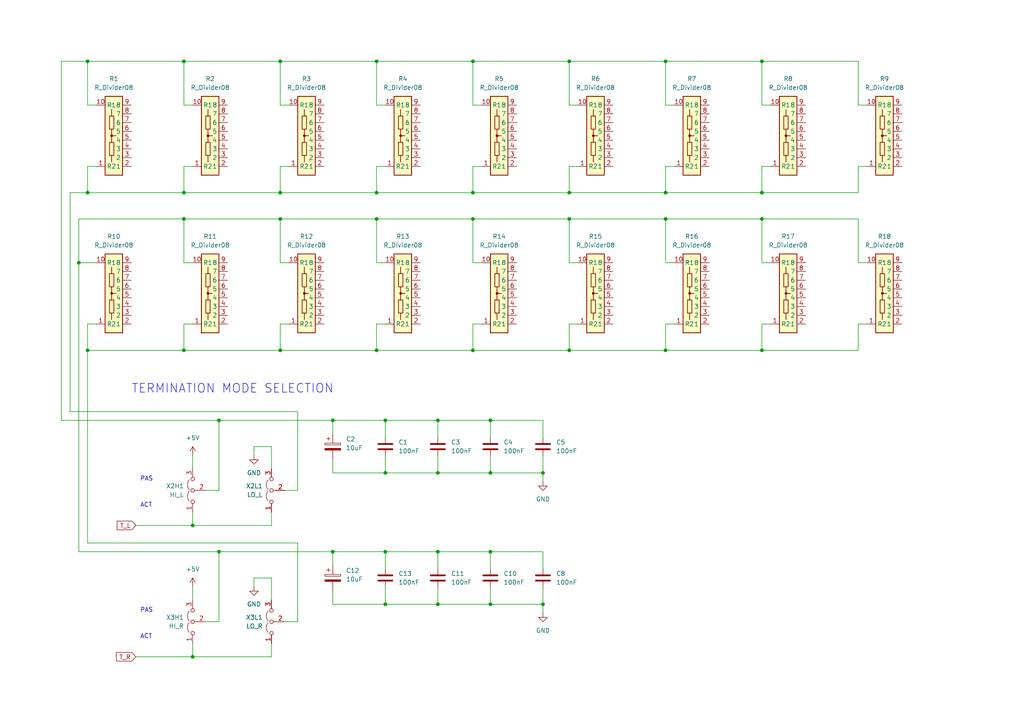
<source format=kicad_sch>
(kicad_sch (version 20211123) (generator eeschema)
  (paper "A4")
  (title_block (title "TERMINATION RESISTORS") (date "2023-10-10") (rev "1") (company "(C) TOM STOREY") (comment 1 "FREE FOR NON-COMMERCIAL USE"))
  (lib_symbols
    (symbol "COMET symbols:C" (pin_numbers hide) (pin_names hide)
      (property "Reference" "C" (at 0 0 0))
      (property "Value" "C" (at 0 0 0))
      (symbol "C_0_1"
        (polyline (pts (xy -2.032 -0.762) (xy 2.032 -0.762)) (stroke (width 0.508)))
        (polyline (pts (xy -2.032 0.762) (xy 2.032 0.762)) (stroke (width 0.508)))
      )
      (symbol "C_1_1"
        (pin passive line (at 0 2.54 270) (length 1.524) (name "~") (number "1"))
        (pin passive line (at 0 -2.54 90) (length 1.524) (name "~") (number "2"))
      )
    )
    (symbol "COMET symbols:R_Divider08"
      (property "Reference" "RN" (at 0 0 0))
      (property "Value" "R_Divider08" (at 0 0 0))
      (symbol "R_Divider08_0_1"
        (rectangle (start -10.16 2.54) (end 12.7 -2.54) (stroke (width 0.254)) (fill (type background)))
        (rectangle (start -4.445 1.27) (end -0.635 0) (stroke (width 0.2032)))
        (polyline (pts (xy -4.445 0.635) (xy -6.35 0.635)) (stroke (width 0.2032)))
        (polyline (pts (xy 1.27 0.635) (xy 1.27 -0.635)) (stroke (width 0.2032)))
        (polyline (pts (xy 3.175 0.635) (xy -0.635 0.635)) (stroke (width 0.2032)))
        (polyline (pts (xy 6.985 0.635) (xy 8.89 0.635)) (stroke (width 0.2032)))
        (circle (center 1.27 0.635) (radius 0.284) (stroke (width 0.2032)) (fill (type outline)))
        (rectangle (start 3.175 1.27) (end 6.985 0) (stroke (width 0.2032)))
      )
      (symbol "R_Divider08_1_1"
        (pin passive line (at -7.62 5.08 270) (length 2.54) (name "R2") (number "1"))
        (pin passive line (at 10.16 5.08 270) (length 2.54) (name "R1") (number "10"))
        (pin passive line (at -7.62 -5.08 90) (length 2.54) (name "1") (number "2"))
        (pin passive line (at -5.08 -5.08 90) (length 2.54) (name "2") (number "3"))
        (pin passive line (at -2.54 -5.08 90) (length 2.54) (name "3") (number "4"))
        (pin passive line (at 0 -5.08 90) (length 2.54) (name "4") (number "5"))
        (pin passive line (at 2.54 -5.08 90) (length 2.54) (name "5") (number "6"))
        (pin passive line (at 5.08 -5.08 90) (length 2.54) (name "6") (number "7"))
        (pin passive line (at 7.62 -5.08 90) (length 2.54) (name "7") (number "8"))
        (pin passive line (at 10.16 -5.08 90) (length 2.54) (name "8") (number "9"))
      )
    )
    (symbol "Device:C_Polarized" (pin_numbers hide) (pin_names (offset 0.254))
      (property "Reference" "C" (at 0.635 2.54 0))
      (property "Value" "C_Polarized" (at 0.635 -2.54 0))
      (symbol "C_Polarized_0_1"
        (rectangle (start -2.286 0.508) (end 2.286 1.016))
        (polyline (pts (xy -1.778 2.286) (xy -0.762 2.286)))
        (polyline (pts (xy -1.27 2.794) (xy -1.27 1.778)))
        (rectangle (start 2.286 -0.508) (end -2.286 -1.016) (fill (type outline)))
      )
      (symbol "C_Polarized_1_1"
        (pin passive line (at 0 3.81 270) (length 2.794) (name "~") (number "1"))
        (pin passive line (at 0 -3.81 90) (length 2.794) (name "~") (number "2"))
      )
    )
    (symbol "Jumper:Jumper_3_Open" (pin_names (offset 0) hide)
      (property "Reference" "JP" (at -2.54 -2.54 0))
      (property "Value" "Jumper_3_Open" (at 0 2.794 0))
      (symbol "Jumper_3_Open_0_0"
        (circle (center -3.302 0) (radius 0.508))
        (circle (center 0 0) (radius 0.508))
        (circle (center 3.302 0) (radius 0.508))
      )
      (symbol "Jumper_3_Open_0_1"
        (arc (start -0.254 1.016) (mid -1.651 1.4992) (end -3.048 1.016))
        (polyline (pts (xy 0 -0.508) (xy 0 -1.27)))
        (arc (start 3.048 1.016) (mid 1.651 1.4992) (end 0.254 1.016))
      )
      (symbol "Jumper_3_Open_1_1"
        (pin passive line (at -6.35 0 0) (length 2.54) (name "A") (number "1"))
        (pin passive line (at 0 -3.81 90) (length 2.54) (name "C") (number "2"))
        (pin passive line (at 6.35 0 180) (length 2.54) (name "B") (number "3"))
      )
    )
    (symbol "R_Divider08_1"
      (property "Reference" "RN" (at 0 0 0))
      (property "Value" "R_Divider08_1" (at 0 0 0))
      (symbol "R_Divider08_1_0_1"
        (rectangle (start -10.16 2.54) (end 12.7 -2.54) (stroke (width 0.254)) (fill (type background)))
        (rectangle (start -4.445 1.27) (end -0.635 0) (stroke (width 0.2032)))
        (polyline (pts (xy -4.445 0.635) (xy -6.35 0.635)) (stroke (width 0.2032)))
        (polyline (pts (xy 1.27 0.635) (xy 1.27 -0.635)) (stroke (width 0.2032)))
        (polyline (pts (xy 3.175 0.635) (xy -0.635 0.635)) (stroke (width 0.2032)))
        (polyline (pts (xy 6.985 0.635) (xy 8.89 0.635)) (stroke (width 0.2032)))
        (circle (center 1.27 0.635) (radius 0.284) (stroke (width 0.2032)) (fill (type outline)))
        (rectangle (start 3.175 1.27) (end 6.985 0) (stroke (width 0.2032)))
      )
      (symbol "R_Divider08_1_1_1"
        (pin passive line (at -7.62 5.08 270) (length 2.54) (name "R2") (number "1"))
        (pin passive line (at 10.16 5.08 270) (length 2.54) (name "R1") (number "10"))
        (pin passive line (at -7.62 -5.08 90) (length 2.54) (name "1") (number "2"))
        (pin passive line (at -5.08 -5.08 90) (length 2.54) (name "2") (number "3"))
        (pin passive line (at -2.54 -5.08 90) (length 2.54) (name "3") (number "4"))
        (pin passive line (at 0 -5.08 90) (length 2.54) (name "4") (number "5"))
        (pin passive line (at 2.54 -5.08 90) (length 2.54) (name "5") (number "6"))
        (pin passive line (at 5.08 -5.08 90) (length 2.54) (name "6") (number "7"))
        (pin passive line (at 7.62 -5.08 90) (length 2.54) (name "7") (number "8"))
        (pin passive line (at 10.16 -5.08 90) (length 2.54) (name "8") (number "9"))
      )
    )
    (symbol "R_Divider08_10"
      (property "Reference" "RN" (at 0 0 0))
      (property "Value" "R_Divider08_10" (at 0 0 0))
      (symbol "R_Divider08_10_0_1"
        (rectangle (start -10.16 2.54) (end 12.7 -2.54) (stroke (width 0.254)) (fill (type background)))
        (rectangle (start -4.445 1.27) (end -0.635 0) (stroke (width 0.2032)))
        (polyline (pts (xy -4.445 0.635) (xy -6.35 0.635)) (stroke (width 0.2032)))
        (polyline (pts (xy 1.27 0.635) (xy 1.27 -0.635)) (stroke (width 0.2032)))
        (polyline (pts (xy 3.175 0.635) (xy -0.635 0.635)) (stroke (width 0.2032)))
        (polyline (pts (xy 6.985 0.635) (xy 8.89 0.635)) (stroke (width 0.2032)))
        (circle (center 1.27 0.635) (radius 0.284) (stroke (width 0.2032)) (fill (type outline)))
        (rectangle (start 3.175 1.27) (end 6.985 0) (stroke (width 0.2032)))
      )
      (symbol "R_Divider08_10_1_1"
        (pin passive line (at -7.62 5.08 270) (length 2.54) (name "R2") (number "1"))
        (pin passive line (at 10.16 5.08 270) (length 2.54) (name "R1") (number "10"))
        (pin passive line (at -7.62 -5.08 90) (length 2.54) (name "1") (number "2"))
        (pin passive line (at -5.08 -5.08 90) (length 2.54) (name "2") (number "3"))
        (pin passive line (at -2.54 -5.08 90) (length 2.54) (name "3") (number "4"))
        (pin passive line (at 0 -5.08 90) (length 2.54) (name "4") (number "5"))
        (pin passive line (at 2.54 -5.08 90) (length 2.54) (name "5") (number "6"))
        (pin passive line (at 5.08 -5.08 90) (length 2.54) (name "6") (number "7"))
        (pin passive line (at 7.62 -5.08 90) (length 2.54) (name "7") (number "8"))
        (pin passive line (at 10.16 -5.08 90) (length 2.54) (name "8") (number "9"))
      )
    )
    (symbol "R_Divider08_11"
      (property "Reference" "RN" (at 0 0 0))
      (property "Value" "R_Divider08_11" (at 0 0 0))
      (symbol "R_Divider08_11_0_1"
        (rectangle (start -10.16 2.54) (end 12.7 -2.54) (stroke (width 0.254)) (fill (type background)))
        (rectangle (start -4.445 1.27) (end -0.635 0) (stroke (width 0.2032)))
        (polyline (pts (xy -4.445 0.635) (xy -6.35 0.635)) (stroke (width 0.2032)))
        (polyline (pts (xy 1.27 0.635) (xy 1.27 -0.635)) (stroke (width 0.2032)))
        (polyline (pts (xy 3.175 0.635) (xy -0.635 0.635)) (stroke (width 0.2032)))
        (polyline (pts (xy 6.985 0.635) (xy 8.89 0.635)) (stroke (width 0.2032)))
        (circle (center 1.27 0.635) (radius 0.284) (stroke (width 0.2032)) (fill (type outline)))
        (rectangle (start 3.175 1.27) (end 6.985 0) (stroke (width 0.2032)))
      )
      (symbol "R_Divider08_11_1_1"
        (pin passive line (at -7.62 5.08 270) (length 2.54) (name "R2") (number "1"))
        (pin passive line (at 10.16 5.08 270) (length 2.54) (name "R1") (number "10"))
        (pin passive line (at -7.62 -5.08 90) (length 2.54) (name "1") (number "2"))
        (pin passive line (at -5.08 -5.08 90) (length 2.54) (name "2") (number "3"))
        (pin passive line (at -2.54 -5.08 90) (length 2.54) (name "3") (number "4"))
        (pin passive line (at 0 -5.08 90) (length 2.54) (name "4") (number "5"))
        (pin passive line (at 2.54 -5.08 90) (length 2.54) (name "5") (number "6"))
        (pin passive line (at 5.08 -5.08 90) (length 2.54) (name "6") (number "7"))
        (pin passive line (at 7.62 -5.08 90) (length 2.54) (name "7") (number "8"))
        (pin passive line (at 10.16 -5.08 90) (length 2.54) (name "8") (number "9"))
      )
    )
    (symbol "R_Divider08_12"
      (property "Reference" "RN" (at 0 0 0))
      (property "Value" "R_Divider08_12" (at 0 0 0))
      (symbol "R_Divider08_12_0_1"
        (rectangle (start -10.16 2.54) (end 12.7 -2.54) (stroke (width 0.254)) (fill (type background)))
        (rectangle (start -4.445 1.27) (end -0.635 0) (stroke (width 0.2032)))
        (polyline (pts (xy -4.445 0.635) (xy -6.35 0.635)) (stroke (width 0.2032)))
        (polyline (pts (xy 1.27 0.635) (xy 1.27 -0.635)) (stroke (width 0.2032)))
        (polyline (pts (xy 3.175 0.635) (xy -0.635 0.635)) (stroke (width 0.2032)))
        (polyline (pts (xy 6.985 0.635) (xy 8.89 0.635)) (stroke (width 0.2032)))
        (circle (center 1.27 0.635) (radius 0.284) (stroke (width 0.2032)) (fill (type outline)))
        (rectangle (start 3.175 1.27) (end 6.985 0) (stroke (width 0.2032)))
      )
      (symbol "R_Divider08_12_1_1"
        (pin passive line (at -7.62 5.08 270) (length 2.54) (name "R2") (number "1"))
        (pin passive line (at 10.16 5.08 270) (length 2.54) (name "R1") (number "10"))
        (pin passive line (at -7.62 -5.08 90) (length 2.54) (name "1") (number "2"))
        (pin passive line (at -5.08 -5.08 90) (length 2.54) (name "2") (number "3"))
        (pin passive line (at -2.54 -5.08 90) (length 2.54) (name "3") (number "4"))
        (pin passive line (at 0 -5.08 90) (length 2.54) (name "4") (number "5"))
        (pin passive line (at 2.54 -5.08 90) (length 2.54) (name "5") (number "6"))
        (pin passive line (at 5.08 -5.08 90) (length 2.54) (name "6") (number "7"))
        (pin passive line (at 7.62 -5.08 90) (length 2.54) (name "7") (number "8"))
        (pin passive line (at 10.16 -5.08 90) (length 2.54) (name "8") (number "9"))
      )
    )
    (symbol "R_Divider08_13"
      (property "Reference" "RN" (at 0 0 0))
      (property "Value" "R_Divider08_13" (at 0 0 0))
      (symbol "R_Divider08_13_0_1"
        (rectangle (start -10.16 2.54) (end 12.7 -2.54) (stroke (width 0.254)) (fill (type background)))
        (rectangle (start -4.445 1.27) (end -0.635 0) (stroke (width 0.2032)))
        (polyline (pts (xy -4.445 0.635) (xy -6.35 0.635)) (stroke (width 0.2032)))
        (polyline (pts (xy 1.27 0.635) (xy 1.27 -0.635)) (stroke (width 0.2032)))
        (polyline (pts (xy 3.175 0.635) (xy -0.635 0.635)) (stroke (width 0.2032)))
        (polyline (pts (xy 6.985 0.635) (xy 8.89 0.635)) (stroke (width 0.2032)))
        (circle (center 1.27 0.635) (radius 0.284) (stroke (width 0.2032)) (fill (type outline)))
        (rectangle (start 3.175 1.27) (end 6.985 0) (stroke (width 0.2032)))
      )
      (symbol "R_Divider08_13_1_1"
        (pin passive line (at -7.62 5.08 270) (length 2.54) (name "R2") (number "1"))
        (pin passive line (at 10.16 5.08 270) (length 2.54) (name "R1") (number "10"))
        (pin passive line (at -7.62 -5.08 90) (length 2.54) (name "1") (number "2"))
        (pin passive line (at -5.08 -5.08 90) (length 2.54) (name "2") (number "3"))
        (pin passive line (at -2.54 -5.08 90) (length 2.54) (name "3") (number "4"))
        (pin passive line (at 0 -5.08 90) (length 2.54) (name "4") (number "5"))
        (pin passive line (at 2.54 -5.08 90) (length 2.54) (name "5") (number "6"))
        (pin passive line (at 5.08 -5.08 90) (length 2.54) (name "6") (number "7"))
        (pin passive line (at 7.62 -5.08 90) (length 2.54) (name "7") (number "8"))
        (pin passive line (at 10.16 -5.08 90) (length 2.54) (name "8") (number "9"))
      )
    )
    (symbol "R_Divider08_14"
      (property "Reference" "RN" (at 0 0 0))
      (property "Value" "R_Divider08_14" (at 0 0 0))
      (symbol "R_Divider08_14_0_1"
        (rectangle (start -10.16 2.54) (end 12.7 -2.54) (stroke (width 0.254)) (fill (type background)))
        (rectangle (start -4.445 1.27) (end -0.635 0) (stroke (width 0.2032)))
        (polyline (pts (xy -4.445 0.635) (xy -6.35 0.635)) (stroke (width 0.2032)))
        (polyline (pts (xy 1.27 0.635) (xy 1.27 -0.635)) (stroke (width 0.2032)))
        (polyline (pts (xy 3.175 0.635) (xy -0.635 0.635)) (stroke (width 0.2032)))
        (polyline (pts (xy 6.985 0.635) (xy 8.89 0.635)) (stroke (width 0.2032)))
        (circle (center 1.27 0.635) (radius 0.284) (stroke (width 0.2032)) (fill (type outline)))
        (rectangle (start 3.175 1.27) (end 6.985 0) (stroke (width 0.2032)))
      )
      (symbol "R_Divider08_14_1_1"
        (pin passive line (at -7.62 5.08 270) (length 2.54) (name "R2") (number "1"))
        (pin passive line (at 10.16 5.08 270) (length 2.54) (name "R1") (number "10"))
        (pin passive line (at -7.62 -5.08 90) (length 2.54) (name "1") (number "2"))
        (pin passive line (at -5.08 -5.08 90) (length 2.54) (name "2") (number "3"))
        (pin passive line (at -2.54 -5.08 90) (length 2.54) (name "3") (number "4"))
        (pin passive line (at 0 -5.08 90) (length 2.54) (name "4") (number "5"))
        (pin passive line (at 2.54 -5.08 90) (length 2.54) (name "5") (number "6"))
        (pin passive line (at 5.08 -5.08 90) (length 2.54) (name "6") (number "7"))
        (pin passive line (at 7.62 -5.08 90) (length 2.54) (name "7") (number "8"))
        (pin passive line (at 10.16 -5.08 90) (length 2.54) (name "8") (number "9"))
      )
    )
    (symbol "R_Divider08_15"
      (property "Reference" "RN" (at 0 0 0))
      (property "Value" "R_Divider08_15" (at 0 0 0))
      (symbol "R_Divider08_15_0_1"
        (rectangle (start -10.16 2.54) (end 12.7 -2.54) (stroke (width 0.254)) (fill (type background)))
        (rectangle (start -4.445 1.27) (end -0.635 0) (stroke (width 0.2032)))
        (polyline (pts (xy -4.445 0.635) (xy -6.35 0.635)) (stroke (width 0.2032)))
        (polyline (pts (xy 1.27 0.635) (xy 1.27 -0.635)) (stroke (width 0.2032)))
        (polyline (pts (xy 3.175 0.635) (xy -0.635 0.635)) (stroke (width 0.2032)))
        (polyline (pts (xy 6.985 0.635) (xy 8.89 0.635)) (stroke (width 0.2032)))
        (circle (center 1.27 0.635) (radius 0.284) (stroke (width 0.2032)) (fill (type outline)))
        (rectangle (start 3.175 1.27) (end 6.985 0) (stroke (width 0.2032)))
      )
      (symbol "R_Divider08_15_1_1"
        (pin passive line (at -7.62 5.08 270) (length 2.54) (name "R2") (number "1"))
        (pin passive line (at 10.16 5.08 270) (length 2.54) (name "R1") (number "10"))
        (pin passive line (at -7.62 -5.08 90) (length 2.54) (name "1") (number "2"))
        (pin passive line (at -5.08 -5.08 90) (length 2.54) (name "2") (number "3"))
        (pin passive line (at -2.54 -5.08 90) (length 2.54) (name "3") (number "4"))
        (pin passive line (at 0 -5.08 90) (length 2.54) (name "4") (number "5"))
        (pin passive line (at 2.54 -5.08 90) (length 2.54) (name "5") (number "6"))
        (pin passive line (at 5.08 -5.08 90) (length 2.54) (name "6") (number "7"))
        (pin passive line (at 7.62 -5.08 90) (length 2.54) (name "7") (number "8"))
        (pin passive line (at 10.16 -5.08 90) (length 2.54) (name "8") (number "9"))
      )
    )
    (symbol "R_Divider08_16"
      (property "Reference" "RN" (at 0 0 0))
      (property "Value" "R_Divider08_16" (at 0 0 0))
      (symbol "R_Divider08_16_0_1"
        (rectangle (start -10.16 2.54) (end 12.7 -2.54) (stroke (width 0.254)) (fill (type background)))
        (rectangle (start -4.445 1.27) (end -0.635 0) (stroke (width 0.2032)))
        (polyline (pts (xy -4.445 0.635) (xy -6.35 0.635)) (stroke (width 0.2032)))
        (polyline (pts (xy 1.27 0.635) (xy 1.27 -0.635)) (stroke (width 0.2032)))
        (polyline (pts (xy 3.175 0.635) (xy -0.635 0.635)) (stroke (width 0.2032)))
        (polyline (pts (xy 6.985 0.635) (xy 8.89 0.635)) (stroke (width 0.2032)))
        (circle (center 1.27 0.635) (radius 0.284) (stroke (width 0.2032)) (fill (type outline)))
        (rectangle (start 3.175 1.27) (end 6.985 0) (stroke (width 0.2032)))
      )
      (symbol "R_Divider08_16_1_1"
        (pin passive line (at -7.62 5.08 270) (length 2.54) (name "R2") (number "1"))
        (pin passive line (at 10.16 5.08 270) (length 2.54) (name "R1") (number "10"))
        (pin passive line (at -7.62 -5.08 90) (length 2.54) (name "1") (number "2"))
        (pin passive line (at -5.08 -5.08 90) (length 2.54) (name "2") (number "3"))
        (pin passive line (at -2.54 -5.08 90) (length 2.54) (name "3") (number "4"))
        (pin passive line (at 0 -5.08 90) (length 2.54) (name "4") (number "5"))
        (pin passive line (at 2.54 -5.08 90) (length 2.54) (name "5") (number "6"))
        (pin passive line (at 5.08 -5.08 90) (length 2.54) (name "6") (number "7"))
        (pin passive line (at 7.62 -5.08 90) (length 2.54) (name "7") (number "8"))
        (pin passive line (at 10.16 -5.08 90) (length 2.54) (name "8") (number "9"))
      )
    )
    (symbol "R_Divider08_17"
      (property "Reference" "RN" (at 0 0 0))
      (property "Value" "R_Divider08_17" (at 0 0 0))
      (symbol "R_Divider08_17_0_1"
        (rectangle (start -10.16 2.54) (end 12.7 -2.54) (stroke (width 0.254)) (fill (type background)))
        (rectangle (start -4.445 1.27) (end -0.635 0) (stroke (width 0.2032)))
        (polyline (pts (xy -4.445 0.635) (xy -6.35 0.635)) (stroke (width 0.2032)))
        (polyline (pts (xy 1.27 0.635) (xy 1.27 -0.635)) (stroke (width 0.2032)))
        (polyline (pts (xy 3.175 0.635) (xy -0.635 0.635)) (stroke (width 0.2032)))
        (polyline (pts (xy 6.985 0.635) (xy 8.89 0.635)) (stroke (width 0.2032)))
        (circle (center 1.27 0.635) (radius 0.284) (stroke (width 0.2032)) (fill (type outline)))
        (rectangle (start 3.175 1.27) (end 6.985 0) (stroke (width 0.2032)))
      )
      (symbol "R_Divider08_17_1_1"
        (pin passive line (at -7.62 5.08 270) (length 2.54) (name "R2") (number "1"))
        (pin passive line (at 10.16 5.08 270) (length 2.54) (name "R1") (number "10"))
        (pin passive line (at -7.62 -5.08 90) (length 2.54) (name "1") (number "2"))
        (pin passive line (at -5.08 -5.08 90) (length 2.54) (name "2") (number "3"))
        (pin passive line (at -2.54 -5.08 90) (length 2.54) (name "3") (number "4"))
        (pin passive line (at 0 -5.08 90) (length 2.54) (name "4") (number "5"))
        (pin passive line (at 2.54 -5.08 90) (length 2.54) (name "5") (number "6"))
        (pin passive line (at 5.08 -5.08 90) (length 2.54) (name "6") (number "7"))
        (pin passive line (at 7.62 -5.08 90) (length 2.54) (name "7") (number "8"))
        (pin passive line (at 10.16 -5.08 90) (length 2.54) (name "8") (number "9"))
      )
    )
    (symbol "R_Divider08_2"
      (property "Reference" "RN" (at 0 0 0))
      (property "Value" "R_Divider08_2" (at 0 0 0))
      (symbol "R_Divider08_2_0_1"
        (rectangle (start -10.16 2.54) (end 12.7 -2.54) (stroke (width 0.254)) (fill (type background)))
        (rectangle (start -4.445 1.27) (end -0.635 0) (stroke (width 0.2032)))
        (polyline (pts (xy -4.445 0.635) (xy -6.35 0.635)) (stroke (width 0.2032)))
        (polyline (pts (xy 1.27 0.635) (xy 1.27 -0.635)) (stroke (width 0.2032)))
        (polyline (pts (xy 3.175 0.635) (xy -0.635 0.635)) (stroke (width 0.2032)))
        (polyline (pts (xy 6.985 0.635) (xy 8.89 0.635)) (stroke (width 0.2032)))
        (circle (center 1.27 0.635) (radius 0.284) (stroke (width 0.2032)) (fill (type outline)))
        (rectangle (start 3.175 1.27) (end 6.985 0) (stroke (width 0.2032)))
      )
      (symbol "R_Divider08_2_1_1"
        (pin passive line (at -7.62 5.08 270) (length 2.54) (name "R2") (number "1"))
        (pin passive line (at 10.16 5.08 270) (length 2.54) (name "R1") (number "10"))
        (pin passive line (at -7.62 -5.08 90) (length 2.54) (name "1") (number "2"))
        (pin passive line (at -5.08 -5.08 90) (length 2.54) (name "2") (number "3"))
        (pin passive line (at -2.54 -5.08 90) (length 2.54) (name "3") (number "4"))
        (pin passive line (at 0 -5.08 90) (length 2.54) (name "4") (number "5"))
        (pin passive line (at 2.54 -5.08 90) (length 2.54) (name "5") (number "6"))
        (pin passive line (at 5.08 -5.08 90) (length 2.54) (name "6") (number "7"))
        (pin passive line (at 7.62 -5.08 90) (length 2.54) (name "7") (number "8"))
        (pin passive line (at 10.16 -5.08 90) (length 2.54) (name "8") (number "9"))
      )
    )
    (symbol "R_Divider08_3"
      (property "Reference" "RN" (at 0 0 0))
      (property "Value" "R_Divider08_3" (at 0 0 0))
      (symbol "R_Divider08_3_0_1"
        (rectangle (start -10.16 2.54) (end 12.7 -2.54) (stroke (width 0.254)) (fill (type background)))
        (rectangle (start -4.445 1.27) (end -0.635 0) (stroke (width 0.2032)))
        (polyline (pts (xy -4.445 0.635) (xy -6.35 0.635)) (stroke (width 0.2032)))
        (polyline (pts (xy 1.27 0.635) (xy 1.27 -0.635)) (stroke (width 0.2032)))
        (polyline (pts (xy 3.175 0.635) (xy -0.635 0.635)) (stroke (width 0.2032)))
        (polyline (pts (xy 6.985 0.635) (xy 8.89 0.635)) (stroke (width 0.2032)))
        (circle (center 1.27 0.635) (radius 0.284) (stroke (width 0.2032)) (fill (type outline)))
        (rectangle (start 3.175 1.27) (end 6.985 0) (stroke (width 0.2032)))
      )
      (symbol "R_Divider08_3_1_1"
        (pin passive line (at -7.62 5.08 270) (length 2.54) (name "R2") (number "1"))
        (pin passive line (at 10.16 5.08 270) (length 2.54) (name "R1") (number "10"))
        (pin passive line (at -7.62 -5.08 90) (length 2.54) (name "1") (number "2"))
        (pin passive line (at -5.08 -5.08 90) (length 2.54) (name "2") (number "3"))
        (pin passive line (at -2.54 -5.08 90) (length 2.54) (name "3") (number "4"))
        (pin passive line (at 0 -5.08 90) (length 2.54) (name "4") (number "5"))
        (pin passive line (at 2.54 -5.08 90) (length 2.54) (name "5") (number "6"))
        (pin passive line (at 5.08 -5.08 90) (length 2.54) (name "6") (number "7"))
        (pin passive line (at 7.62 -5.08 90) (length 2.54) (name "7") (number "8"))
        (pin passive line (at 10.16 -5.08 90) (length 2.54) (name "8") (number "9"))
      )
    )
    (symbol "R_Divider08_4"
      (property "Reference" "RN" (at 0 0 0))
      (property "Value" "R_Divider08_4" (at 0 0 0))
      (symbol "R_Divider08_4_0_1"
        (rectangle (start -10.16 2.54) (end 12.7 -2.54) (stroke (width 0.254)) (fill (type background)))
        (rectangle (start -4.445 1.27) (end -0.635 0) (stroke (width 0.2032)))
        (polyline (pts (xy -4.445 0.635) (xy -6.35 0.635)) (stroke (width 0.2032)))
        (polyline (pts (xy 1.27 0.635) (xy 1.27 -0.635)) (stroke (width 0.2032)))
        (polyline (pts (xy 3.175 0.635) (xy -0.635 0.635)) (stroke (width 0.2032)))
        (polyline (pts (xy 6.985 0.635) (xy 8.89 0.635)) (stroke (width 0.2032)))
        (circle (center 1.27 0.635) (radius 0.284) (stroke (width 0.2032)) (fill (type outline)))
        (rectangle (start 3.175 1.27) (end 6.985 0) (stroke (width 0.2032)))
      )
      (symbol "R_Divider08_4_1_1"
        (pin passive line (at -7.62 5.08 270) (length 2.54) (name "R2") (number "1"))
        (pin passive line (at 10.16 5.08 270) (length 2.54) (name "R1") (number "10"))
        (pin passive line (at -7.62 -5.08 90) (length 2.54) (name "1") (number "2"))
        (pin passive line (at -5.08 -5.08 90) (length 2.54) (name "2") (number "3"))
        (pin passive line (at -2.54 -5.08 90) (length 2.54) (name "3") (number "4"))
        (pin passive line (at 0 -5.08 90) (length 2.54) (name "4") (number "5"))
        (pin passive line (at 2.54 -5.08 90) (length 2.54) (name "5") (number "6"))
        (pin passive line (at 5.08 -5.08 90) (length 2.54) (name "6") (number "7"))
        (pin passive line (at 7.62 -5.08 90) (length 2.54) (name "7") (number "8"))
        (pin passive line (at 10.16 -5.08 90) (length 2.54) (name "8") (number "9"))
      )
    )
    (symbol "R_Divider08_5"
      (property "Reference" "RN" (at 0 0 0))
      (property "Value" "R_Divider08_5" (at 0 0 0))
      (symbol "R_Divider08_5_0_1"
        (rectangle (start -10.16 2.54) (end 12.7 -2.54) (stroke (width 0.254)) (fill (type background)))
        (rectangle (start -4.445 1.27) (end -0.635 0) (stroke (width 0.2032)))
        (polyline (pts (xy -4.445 0.635) (xy -6.35 0.635)) (stroke (width 0.2032)))
        (polyline (pts (xy 1.27 0.635) (xy 1.27 -0.635)) (stroke (width 0.2032)))
        (polyline (pts (xy 3.175 0.635) (xy -0.635 0.635)) (stroke (width 0.2032)))
        (polyline (pts (xy 6.985 0.635) (xy 8.89 0.635)) (stroke (width 0.2032)))
        (circle (center 1.27 0.635) (radius 0.284) (stroke (width 0.2032)) (fill (type outline)))
        (rectangle (start 3.175 1.27) (end 6.985 0) (stroke (width 0.2032)))
      )
      (symbol "R_Divider08_5_1_1"
        (pin passive line (at -7.62 5.08 270) (length 2.54) (name "R2") (number "1"))
        (pin passive line (at 10.16 5.08 270) (length 2.54) (name "R1") (number "10"))
        (pin passive line (at -7.62 -5.08 90) (length 2.54) (name "1") (number "2"))
        (pin passive line (at -5.08 -5.08 90) (length 2.54) (name "2") (number "3"))
        (pin passive line (at -2.54 -5.08 90) (length 2.54) (name "3") (number "4"))
        (pin passive line (at 0 -5.08 90) (length 2.54) (name "4") (number "5"))
        (pin passive line (at 2.54 -5.08 90) (length 2.54) (name "5") (number "6"))
        (pin passive line (at 5.08 -5.08 90) (length 2.54) (name "6") (number "7"))
        (pin passive line (at 7.62 -5.08 90) (length 2.54) (name "7") (number "8"))
        (pin passive line (at 10.16 -5.08 90) (length 2.54) (name "8") (number "9"))
      )
    )
    (symbol "R_Divider08_6"
      (property "Reference" "RN" (at 0 0 0))
      (property "Value" "R_Divider08_6" (at 0 0 0))
      (symbol "R_Divider08_6_0_1"
        (rectangle (start -10.16 2.54) (end 12.7 -2.54) (stroke (width 0.254)) (fill (type background)))
        (rectangle (start -4.445 1.27) (end -0.635 0) (stroke (width 0.2032)))
        (polyline (pts (xy -4.445 0.635) (xy -6.35 0.635)) (stroke (width 0.2032)))
        (polyline (pts (xy 1.27 0.635) (xy 1.27 -0.635)) (stroke (width 0.2032)))
        (polyline (pts (xy 3.175 0.635) (xy -0.635 0.635)) (stroke (width 0.2032)))
        (polyline (pts (xy 6.985 0.635) (xy 8.89 0.635)) (stroke (width 0.2032)))
        (circle (center 1.27 0.635) (radius 0.284) (stroke (width 0.2032)) (fill (type outline)))
        (rectangle (start 3.175 1.27) (end 6.985 0) (stroke (width 0.2032)))
      )
      (symbol "R_Divider08_6_1_1"
        (pin passive line (at -7.62 5.08 270) (length 2.54) (name "R2") (number "1"))
        (pin passive line (at 10.16 5.08 270) (length 2.54) (name "R1") (number "10"))
        (pin passive line (at -7.62 -5.08 90) (length 2.54) (name "1") (number "2"))
        (pin passive line (at -5.08 -5.08 90) (length 2.54) (name "2") (number "3"))
        (pin passive line (at -2.54 -5.08 90) (length 2.54) (name "3") (number "4"))
        (pin passive line (at 0 -5.08 90) (length 2.54) (name "4") (number "5"))
        (pin passive line (at 2.54 -5.08 90) (length 2.54) (name "5") (number "6"))
        (pin passive line (at 5.08 -5.08 90) (length 2.54) (name "6") (number "7"))
        (pin passive line (at 7.62 -5.08 90) (length 2.54) (name "7") (number "8"))
        (pin passive line (at 10.16 -5.08 90) (length 2.54) (name "8") (number "9"))
      )
    )
    (symbol "R_Divider08_7"
      (property "Reference" "RN" (at 0 0 0))
      (property "Value" "R_Divider08_7" (at 0 0 0))
      (symbol "R_Divider08_7_0_1"
        (rectangle (start -10.16 2.54) (end 12.7 -2.54) (stroke (width 0.254)) (fill (type background)))
        (rectangle (start -4.445 1.27) (end -0.635 0) (stroke (width 0.2032)))
        (polyline (pts (xy -4.445 0.635) (xy -6.35 0.635)) (stroke (width 0.2032)))
        (polyline (pts (xy 1.27 0.635) (xy 1.27 -0.635)) (stroke (width 0.2032)))
        (polyline (pts (xy 3.175 0.635) (xy -0.635 0.635)) (stroke (width 0.2032)))
        (polyline (pts (xy 6.985 0.635) (xy 8.89 0.635)) (stroke (width 0.2032)))
        (circle (center 1.27 0.635) (radius 0.284) (stroke (width 0.2032)) (fill (type outline)))
        (rectangle (start 3.175 1.27) (end 6.985 0) (stroke (width 0.2032)))
      )
      (symbol "R_Divider08_7_1_1"
        (pin passive line (at -7.62 5.08 270) (length 2.54) (name "R2") (number "1"))
        (pin passive line (at 10.16 5.08 270) (length 2.54) (name "R1") (number "10"))
        (pin passive line (at -7.62 -5.08 90) (length 2.54) (name "1") (number "2"))
        (pin passive line (at -5.08 -5.08 90) (length 2.54) (name "2") (number "3"))
        (pin passive line (at -2.54 -5.08 90) (length 2.54) (name "3") (number "4"))
        (pin passive line (at 0 -5.08 90) (length 2.54) (name "4") (number "5"))
        (pin passive line (at 2.54 -5.08 90) (length 2.54) (name "5") (number "6"))
        (pin passive line (at 5.08 -5.08 90) (length 2.54) (name "6") (number "7"))
        (pin passive line (at 7.62 -5.08 90) (length 2.54) (name "7") (number "8"))
        (pin passive line (at 10.16 -5.08 90) (length 2.54) (name "8") (number "9"))
      )
    )
    (symbol "R_Divider08_8"
      (property "Reference" "RN" (at 0 0 0))
      (property "Value" "R_Divider08_8" (at 0 0 0))
      (symbol "R_Divider08_8_0_1"
        (rectangle (start -10.16 2.54) (end 12.7 -2.54) (stroke (width 0.254)) (fill (type background)))
        (rectangle (start -4.445 1.27) (end -0.635 0) (stroke (width 0.2032)))
        (polyline (pts (xy -4.445 0.635) (xy -6.35 0.635)) (stroke (width 0.2032)))
        (polyline (pts (xy 1.27 0.635) (xy 1.27 -0.635)) (stroke (width 0.2032)))
        (polyline (pts (xy 3.175 0.635) (xy -0.635 0.635)) (stroke (width 0.2032)))
        (polyline (pts (xy 6.985 0.635) (xy 8.89 0.635)) (stroke (width 0.2032)))
        (circle (center 1.27 0.635) (radius 0.284) (stroke (width 0.2032)) (fill (type outline)))
        (rectangle (start 3.175 1.27) (end 6.985 0) (stroke (width 0.2032)))
      )
      (symbol "R_Divider08_8_1_1"
        (pin passive line (at -7.62 5.08 270) (length 2.54) (name "R2") (number "1"))
        (pin passive line (at 10.16 5.08 270) (length 2.54) (name "R1") (number "10"))
        (pin passive line (at -7.62 -5.08 90) (length 2.54) (name "1") (number "2"))
        (pin passive line (at -5.08 -5.08 90) (length 2.54) (name "2") (number "3"))
        (pin passive line (at -2.54 -5.08 90) (length 2.54) (name "3") (number "4"))
        (pin passive line (at 0 -5.08 90) (length 2.54) (name "4") (number "5"))
        (pin passive line (at 2.54 -5.08 90) (length 2.54) (name "5") (number "6"))
        (pin passive line (at 5.08 -5.08 90) (length 2.54) (name "6") (number "7"))
        (pin passive line (at 7.62 -5.08 90) (length 2.54) (name "7") (number "8"))
        (pin passive line (at 10.16 -5.08 90) (length 2.54) (name "8") (number "9"))
      )
    )
    (symbol "R_Divider08_9"
      (property "Reference" "RN" (at 0 0 0))
      (property "Value" "R_Divider08_9" (at 0 0 0))
      (symbol "R_Divider08_9_0_1"
        (rectangle (start -10.16 2.54) (end 12.7 -2.54) (stroke (width 0.254)) (fill (type background)))
        (rectangle (start -4.445 1.27) (end -0.635 0) (stroke (width 0.2032)))
        (polyline (pts (xy -4.445 0.635) (xy -6.35 0.635)) (stroke (width 0.2032)))
        (polyline (pts (xy 1.27 0.635) (xy 1.27 -0.635)) (stroke (width 0.2032)))
        (polyline (pts (xy 3.175 0.635) (xy -0.635 0.635)) (stroke (width 0.2032)))
        (polyline (pts (xy 6.985 0.635) (xy 8.89 0.635)) (stroke (width 0.2032)))
        (circle (center 1.27 0.635) (radius 0.284) (stroke (width 0.2032)) (fill (type outline)))
        (rectangle (start 3.175 1.27) (end 6.985 0) (stroke (width 0.2032)))
      )
      (symbol "R_Divider08_9_1_1"
        (pin passive line (at -7.62 5.08 270) (length 2.54) (name "R2") (number "1"))
        (pin passive line (at 10.16 5.08 270) (length 2.54) (name "R1") (number "10"))
        (pin passive line (at -7.62 -5.08 90) (length 2.54) (name "1") (number "2"))
        (pin passive line (at -5.08 -5.08 90) (length 2.54) (name "2") (number "3"))
        (pin passive line (at -2.54 -5.08 90) (length 2.54) (name "3") (number "4"))
        (pin passive line (at 0 -5.08 90) (length 2.54) (name "4") (number "5"))
        (pin passive line (at 2.54 -5.08 90) (length 2.54) (name "5") (number "6"))
        (pin passive line (at 5.08 -5.08 90) (length 2.54) (name "6") (number "7"))
        (pin passive line (at 7.62 -5.08 90) (length 2.54) (name "7") (number "8"))
        (pin passive line (at 10.16 -5.08 90) (length 2.54) (name "8") (number "9"))
      )
    )
    (symbol "power:+5V" (power) (pin_names (offset 0))
      (property "Value" "+5V" (at 0 3.556 0))
      (symbol "+5V_0_1"
        (polyline (pts (xy -0.762 1.27) (xy 0 2.54)))
        (polyline (pts (xy 0 0) (xy 0 2.54)))
        (polyline (pts (xy 0 2.54) (xy 0.762 1.27)))
      )
      (symbol "+5V_1_1"
        (pin power_in line (at 0 0 90) (length 0) hide (name "+5V") (number "1"))
      )
    )
    (symbol "power:GND" (power) (pin_names (offset 0))
      (property "Value" "GND" (at 0 -3.81 0))
      (symbol "GND_0_1"
        (polyline (pts (xy 0 0) (xy 0 -1.27) (xy 1.27 -1.27) (xy 0 -2.54) (xy -1.27 -1.27) (xy 0 -1.27)))
      )
      (symbol "GND_1_1"
        (pin power_in line (at 0 0 270) (length 0) hide (name "GND") (number "1"))
      )
    )
  )
  (junction (at 111.76 137.16))
  (junction (at 142.24 175.26))
  (junction (at 165.1 17.78))
  (junction (at 53.34 63.5))
  (junction (at 127 121.92))
  (junction (at 127 160.02))
  (junction (at 220.98 17.78))
  (junction (at 137.16 63.5))
  (junction (at 137.16 17.78))
  (junction (at 53.34 17.78))
  (junction (at 109.22 55.88))
  (junction (at 109.22 17.78))
  (junction (at 55.88 152.4))
  (junction (at 109.22 63.5))
  (junction (at 142.24 121.92))
  (junction (at 165.1 63.5))
  (junction (at 157.48 137.16))
  (junction (at 220.98 63.5))
  (junction (at 157.48 175.26))
  (junction (at 25.4 17.78))
  (junction (at 137.16 101.6))
  (junction (at 53.34 101.6))
  (junction (at 193.04 101.6))
  (junction (at 81.28 63.5))
  (junction (at 193.04 63.5))
  (junction (at 63.5 160.02))
  (junction (at 127 137.16))
  (junction (at 165.1 101.6))
  (junction (at 55.88 190.5))
  (junction (at 81.28 101.6))
  (junction (at 111.76 121.92))
  (junction (at 111.76 175.26))
  (junction (at 127 175.26))
  (junction (at 220.98 55.88))
  (junction (at 63.5 121.92))
  (junction (at 81.28 17.78))
  (junction (at 193.04 55.88))
  (junction (at 96.52 121.92))
  (junction (at 165.1 55.88))
  (junction (at 81.28 55.88))
  (junction (at 25.4 55.88))
  (junction (at 193.04 17.78))
  (junction (at 25.4 101.6))
  (junction (at 111.76 160.02))
  (junction (at 53.34 55.88))
  (junction (at 142.24 137.16))
  (junction (at 96.52 160.02))
  (junction (at 109.22 101.6))
  (junction (at 220.98 101.6))
  (junction (at 142.24 160.02))
  (junction (at 22.86 76.2))
  (junction (at 137.16 55.88))
  (wire (pts (xy 22.86 63.5) (xy 53.34 63.5)))
  (wire (pts (xy 142.24 137.16) (xy 157.48 137.16)))
  (wire (pts (xy 55.88 93.98) (xy 53.34 93.98)))
  (wire (pts (xy 193.04 76.2) (xy 193.04 63.5)))
  (wire (pts (xy 20.32 119.38) (xy 86.36 119.38)))
  (wire (pts (xy 96.52 121.92) (xy 96.52 125.73)))
  (wire (pts (xy 81.28 30.48) (xy 81.28 17.78)))
  (wire (pts (xy 73.66 167.64) (xy 78.74 167.64)))
  (wire (pts (xy 165.1 63.5) (xy 193.04 63.5)))
  (wire (pts (xy 220.98 17.78) (xy 248.92 17.78)))
  (wire (pts (xy 127 160.02) (xy 142.24 160.02)))
  (wire (pts (xy 157.48 160.02) (xy 157.48 165.1)))
  (wire (pts (xy 25.4 101.6) (xy 53.34 101.6)))
  (wire (pts (xy 53.34 48.26) (xy 53.34 55.88)))
  (wire (pts (xy 27.94 93.98) (xy 25.4 93.98)))
  (wire (pts (xy 165.1 48.26) (xy 165.1 55.88)))
  (wire (pts (xy 81.28 48.26) (xy 81.28 55.88)))
  (wire (pts (xy 81.28 55.88) (xy 109.22 55.88)))
  (wire (pts (xy 248.92 101.6) (xy 248.92 93.98)))
  (wire (pts (xy 82.55 142.24) (xy 86.36 142.24)))
  (wire (pts (xy 109.22 30.48) (xy 109.22 17.78)))
  (wire (pts (xy 55.88 190.5) (xy 78.74 190.5)))
  (wire (pts (xy 22.86 63.5) (xy 22.86 76.2)))
  (wire (pts (xy 25.4 101.6) (xy 25.4 157.48)))
  (wire (pts (xy 63.5 180.34) (xy 63.5 160.02)))
  (wire (pts (xy 137.16 48.26) (xy 137.16 55.88)))
  (wire (pts (xy 193.04 101.6) (xy 220.98 101.6)))
  (wire (pts (xy 223.52 76.2) (xy 220.98 76.2)))
  (wire (pts (xy 22.86 76.2) (xy 22.86 160.02)))
  (wire (pts (xy 111.76 121.92) (xy 127 121.92)))
  (wire (pts (xy 53.34 17.78) (xy 81.28 17.78)))
  (wire (pts (xy 223.52 30.48) (xy 220.98 30.48)))
  (wire (pts (xy 86.36 142.24) (xy 86.36 119.38)))
  (wire (pts (xy 165.1 17.78) (xy 193.04 17.78)))
  (wire (pts (xy 220.98 63.5) (xy 248.92 63.5)))
  (wire (pts (xy 111.76 132.08) (xy 111.76 137.16)))
  (wire (pts (xy 127 137.16) (xy 142.24 137.16)))
  (wire (pts (xy 157.48 175.26) (xy 157.48 170.18)))
  (wire (pts (xy 25.4 30.48) (xy 25.4 17.78)))
  (wire (pts (xy 83.82 30.48) (xy 81.28 30.48)))
  (wire (pts (xy 220.98 101.6) (xy 248.92 101.6)))
  (wire (pts (xy 142.24 170.18) (xy 142.24 175.26)))
  (wire (pts (xy 193.04 93.98) (xy 193.04 101.6)))
  (wire (pts (xy 220.98 48.26) (xy 220.98 55.88)))
  (wire (pts (xy 53.34 55.88) (xy 81.28 55.88)))
  (wire (pts (xy 137.16 63.5) (xy 165.1 63.5)))
  (wire (pts (xy 78.74 186.69) (xy 78.74 190.5)))
  (wire (pts (xy 81.28 76.2) (xy 81.28 63.5)))
  (wire (pts (xy 111.76 30.48) (xy 109.22 30.48)))
  (wire (pts (xy 127 170.18) (xy 127 175.26)))
  (wire (pts (xy 220.98 30.48) (xy 220.98 17.78)))
  (wire (pts (xy 193.04 63.5) (xy 220.98 63.5)))
  (wire (pts (xy 111.76 175.26) (xy 127 175.26)))
  (wire (pts (xy 220.98 76.2) (xy 220.98 63.5)))
  (wire (pts (xy 195.58 48.26) (xy 193.04 48.26)))
  (wire (pts (xy 111.76 93.98) (xy 109.22 93.98)))
  (wire (pts (xy 25.4 157.48) (xy 86.36 157.48)))
  (wire (pts (xy 109.22 101.6) (xy 137.16 101.6)))
  (wire (pts (xy 157.48 121.92) (xy 157.48 127)))
  (wire (pts (xy 127 175.26) (xy 142.24 175.26)))
  (wire (pts (xy 82.55 180.34) (xy 86.36 180.34)))
  (wire (pts (xy 137.16 76.2) (xy 137.16 63.5)))
  (wire (pts (xy 111.76 121.92) (xy 111.76 127)))
  (wire (pts (xy 96.52 121.92) (xy 111.76 121.92)))
  (wire (pts (xy 96.52 175.26) (xy 111.76 175.26)))
  (wire (pts (xy 167.64 48.26) (xy 165.1 48.26)))
  (wire (pts (xy 127 160.02) (xy 127 165.1)))
  (wire (pts (xy 55.88 170.18) (xy 55.88 173.99)))
  (wire (pts (xy 142.24 132.08) (xy 142.24 137.16)))
  (wire (pts (xy 127 121.92) (xy 142.24 121.92)))
  (wire (pts (xy 195.58 30.48) (xy 193.04 30.48)))
  (wire (pts (xy 27.94 30.48) (xy 25.4 30.48)))
  (wire (pts (xy 111.76 160.02) (xy 111.76 165.1)))
  (wire (pts (xy 55.88 30.48) (xy 53.34 30.48)))
  (wire (pts (xy 25.4 48.26) (xy 25.4 55.88)))
  (wire (pts (xy 55.88 76.2) (xy 53.34 76.2)))
  (wire (pts (xy 167.64 30.48) (xy 165.1 30.48)))
  (wire (pts (xy 220.98 93.98) (xy 220.98 101.6)))
  (wire (pts (xy 39.37 190.5) (xy 55.88 190.5)))
  (wire (pts (xy 193.04 48.26) (xy 193.04 55.88)))
  (wire (pts (xy 96.52 160.02) (xy 96.52 163.83)))
  (wire (pts (xy 167.64 93.98) (xy 165.1 93.98)))
  (wire (pts (xy 73.66 132.08) (xy 73.66 129.54)))
  (wire (pts (xy 53.34 76.2) (xy 53.34 63.5)))
  (wire (pts (xy 96.52 160.02) (xy 111.76 160.02)))
  (wire (pts (xy 111.76 137.16) (xy 127 137.16)))
  (wire (pts (xy 139.7 76.2) (xy 137.16 76.2)))
  (wire (pts (xy 55.88 132.08) (xy 55.88 135.89)))
  (wire (pts (xy 39.37 152.4) (xy 55.88 152.4)))
  (wire (pts (xy 109.22 63.5) (xy 137.16 63.5)))
  (wire (pts (xy 96.52 171.45) (xy 96.52 175.26)))
  (wire (pts (xy 55.88 48.26) (xy 53.34 48.26)))
  (wire (pts (xy 78.74 129.54) (xy 78.74 135.89)))
  (wire (pts (xy 137.16 17.78) (xy 165.1 17.78)))
  (wire (pts (xy 53.34 30.48) (xy 53.34 17.78)))
  (wire (pts (xy 55.88 152.4) (xy 78.74 152.4)))
  (wire (pts (xy 53.34 101.6) (xy 81.28 101.6)))
  (wire (pts (xy 78.74 167.64) (xy 78.74 173.99)))
  (wire (pts (xy 111.76 170.18) (xy 111.76 175.26)))
  (wire (pts (xy 27.94 48.26) (xy 25.4 48.26)))
  (wire (pts (xy 73.66 129.54) (xy 78.74 129.54)))
  (wire (pts (xy 193.04 30.48) (xy 193.04 17.78)))
  (wire (pts (xy 248.92 93.98) (xy 251.46 93.98)))
  (wire (pts (xy 55.88 148.6526) (xy 55.88 152.4)))
  (wire (pts (xy 137.16 30.48) (xy 137.16 17.78)))
  (wire (pts (xy 248.92 17.78) (xy 248.92 30.48)))
  (wire (pts (xy 165.1 76.2) (xy 165.1 63.5)))
  (wire (pts (xy 111.76 160.02) (xy 127 160.02)))
  (wire (pts (xy 157.48 137.16) (xy 157.48 132.08)))
  (wire (pts (xy 248.92 55.88) (xy 248.92 48.26)))
  (wire (pts (xy 248.92 30.48) (xy 251.46 30.48)))
  (wire (pts (xy 109.22 48.26) (xy 109.22 55.88)))
  (wire (pts (xy 83.82 76.2) (xy 81.28 76.2)))
  (wire (pts (xy 63.5 121.92) (xy 96.52 121.92)))
  (wire (pts (xy 55.88 186.69) (xy 55.88 190.5)))
  (wire (pts (xy 53.34 93.98) (xy 53.34 101.6)))
  (wire (pts (xy 139.7 30.48) (xy 137.16 30.48)))
  (wire (pts (xy 17.78 121.92) (xy 63.5 121.92)))
  (wire (pts (xy 142.24 121.92) (xy 142.24 127)))
  (wire (pts (xy 142.24 175.26) (xy 157.48 175.26)))
  (wire (pts (xy 165.1 101.6) (xy 193.04 101.6)))
  (wire (pts (xy 223.52 48.26) (xy 220.98 48.26)))
  (wire (pts (xy 142.24 160.02) (xy 142.24 165.1)))
  (wire (pts (xy 109.22 93.98) (xy 109.22 101.6)))
  (wire (pts (xy 193.04 55.88) (xy 220.98 55.88)))
  (wire (pts (xy 20.32 55.88) (xy 25.4 55.88)))
  (wire (pts (xy 220.98 55.88) (xy 248.92 55.88)))
  (wire (pts (xy 139.7 93.98) (xy 137.16 93.98)))
  (wire (pts (xy 96.52 137.16) (xy 96.52 133.35)))
  (wire (pts (xy 193.04 17.78) (xy 220.98 17.78)))
  (wire (pts (xy 165.1 30.48) (xy 165.1 17.78)))
  (wire (pts (xy 137.16 55.88) (xy 165.1 55.88)))
  (wire (pts (xy 109.22 76.2) (xy 109.22 63.5)))
  (wire (pts (xy 248.92 63.5) (xy 248.92 76.2)))
  (wire (pts (xy 111.76 48.26) (xy 109.22 48.26)))
  (wire (pts (xy 195.58 93.98) (xy 193.04 93.98)))
  (wire (pts (xy 59.69 180.34) (xy 63.5 180.34)))
  (wire (pts (xy 25.4 93.98) (xy 25.4 101.6)))
  (wire (pts (xy 139.7 48.26) (xy 137.16 48.26)))
  (wire (pts (xy 59.69 142.24) (xy 63.5 142.24)))
  (wire (pts (xy 63.5 160.02) (xy 96.52 160.02)))
  (wire (pts (xy 127 132.08) (xy 127 137.16)))
  (wire (pts (xy 20.32 119.38) (xy 20.32 55.88)))
  (wire (pts (xy 195.58 76.2) (xy 193.04 76.2)))
  (wire (pts (xy 142.24 160.02) (xy 157.48 160.02)))
  (wire (pts (xy 137.16 93.98) (xy 137.16 101.6)))
  (wire (pts (xy 17.78 17.78) (xy 25.4 17.78)))
  (wire (pts (xy 109.22 17.78) (xy 137.16 17.78)))
  (wire (pts (xy 81.28 17.78) (xy 109.22 17.78)))
  (wire (pts (xy 157.48 137.16) (xy 157.48 139.7)))
  (wire (pts (xy 78.74 148.59) (xy 78.74 152.4)))
  (wire (pts (xy 73.66 170.18) (xy 73.66 167.64)))
  (wire (pts (xy 83.82 93.98) (xy 81.28 93.98)))
  (wire (pts (xy 111.76 76.2) (xy 109.22 76.2)))
  (wire (pts (xy 86.36 157.48) (xy 86.36 180.34)))
  (wire (pts (xy 83.82 48.26) (xy 81.28 48.26)))
  (wire (pts (xy 157.48 175.26) (xy 157.48 177.8)))
  (wire (pts (xy 53.34 63.5) (xy 81.28 63.5)))
  (wire (pts (xy 22.86 76.2) (xy 27.94 76.2)))
  (wire (pts (xy 17.78 121.92) (xy 17.78 17.78)))
  (wire (pts (xy 248.92 48.26) (xy 251.46 48.26)))
  (wire (pts (xy 127 121.92) (xy 127 127)))
  (wire (pts (xy 167.64 76.2) (xy 165.1 76.2)))
  (wire (pts (xy 248.92 76.2) (xy 251.46 76.2)))
  (wire (pts (xy 25.4 17.78) (xy 53.34 17.78)))
  (wire (pts (xy 165.1 55.88) (xy 193.04 55.88)))
  (wire (pts (xy 109.22 55.88) (xy 137.16 55.88)))
  (wire (pts (xy 137.16 101.6) (xy 165.1 101.6)))
  (wire (pts (xy 63.5 142.24) (xy 63.5 121.92)))
  (wire (pts (xy 25.4 55.88) (xy 53.34 55.88)))
  (wire (pts (xy 81.28 101.6) (xy 109.22 101.6)))
  (wire (pts (xy 165.1 93.98) (xy 165.1 101.6)))
  (wire (pts (xy 81.28 93.98) (xy 81.28 101.6)))
  (wire (pts (xy 111.76 137.16) (xy 96.52 137.16)))
  (wire (pts (xy 142.24 121.92) (xy 157.48 121.92)))
  (wire (pts (xy 22.86 160.02) (xy 63.5 160.02)))
  (wire (pts (xy 81.28 63.5) (xy 109.22 63.5)))
  (wire (pts (xy 223.52 93.98) (xy 220.98 93.98)))
  (text "ACT" (at 40.64 185.42 0) (effects (font (size 1.27 1.27)) (justify left bottom)))
  (text "ACT" (at 40.64 147.32 0) (effects (font (size 1.27 1.27)) (justify left bottom)))
  (text "PAS" (at 40.64 177.8 0) (effects (font (size 1.27 1.27)) (justify left bottom)))
  (text "PAS" (at 40.64 139.7 0) (effects (font (size 1.27 1.27)) (justify left bottom)))
  (text "TERMINATION MODE SELECTION" (at 38.1 114.3 0) (effects (font (size 2.54 2.54)) (justify left bottom)))
  (global_label "T_L" (shape input) (at 39.37 152.4 180) (property "Intersheet References" "${INTERSHEET_REFS}" (effects hide)))
  (global_label "T_R" (shape input) (at 39.37 190.5 180) (property "Intersheet References" "${INTERSHEET_REFS}" (effects hide)))
  (symbol (lib_id "power:GND") (at 73.66 170.18 0) (unit 1)
    (property "Reference" "#PWR0112" (effects hide))
    (property "Value" "GND" (at 73.66 175.26 0))
  )
  (symbol (lib_name "R_Divider08_15") (lib_id "COMET symbols:R_Divider08") (at 144.78 86.36 90) (unit 1)
    (property "Reference" "R14" (at 144.78 68.58 90))
    (property "Value" "R_Divider08" (at 144.78 71.12 90))
    (property "Footprint" "Resistor_THT:R_Array_SIP10" (effects hide))
  )
  (symbol (lib_name "R_Divider08_10") (lib_id "COMET symbols:R_Divider08") (at 256.54 86.36 90) (unit 1)
    (property "Reference" "R18" (at 256.54 68.58 90))
    (property "Value" "R_Divider08" (at 256.54 71.12 90))
    (property "Footprint" "Resistor_THT:R_Array_SIP10" (effects hide))
  )
  (symbol (lib_id "COMET symbols:C") (at 111.76 167.64 0) (unit 1)
    (property "Reference" "C13" (at 115.57 166.3699 0) (effects (justify left)))
    (property "Value" "100nF" (at 115.57 168.9099 0) (effects (justify left)))
    (property "Footprint" "Capacitor_THT:C_Disc_D4.3mm_W1.9mm_P5.00mm" (effects hide))
  )
  (symbol (lib_name "R_Divider08_6") (lib_id "COMET symbols:R_Divider08") (at 88.9 86.36 90) (unit 1)
    (property "Reference" "R12" (at 88.9 68.58 90))
    (property "Value" "R_Divider08" (at 88.9 71.12 90))
    (property "Footprint" "Resistor_THT:R_Array_SIP10" (effects hide))
  )
  (symbol (lib_name "R_Divider08_5") (lib_id "COMET symbols:R_Divider08") (at 88.9 40.64 90) (unit 1)
    (property "Reference" "R3" (at 88.9 22.86 90))
    (property "Value" "R_Divider08" (at 88.9 25.4 90))
    (property "Footprint" "Resistor_THT:R_Array_SIP10" (effects hide))
  )
  (symbol (lib_id "COMET symbols:R_Divider08") (at 144.78 40.64 90) (unit 1)
    (property "Reference" "R5" (at 144.78 22.86 90))
    (property "Value" "R_Divider08" (at 144.78 25.4 90))
    (property "Footprint" "Resistor_THT:R_Array_SIP10" (effects hide))
  )
  (symbol (lib_name "R_Divider08_11") (lib_id "COMET symbols:R_Divider08") (at 200.66 86.36 90) (unit 1)
    (property "Reference" "R16" (at 200.66 68.58 90))
    (property "Value" "R_Divider08" (at 200.66 71.12 90))
    (property "Footprint" "Resistor_THT:R_Array_SIP10" (effects hide))
  )
  (symbol (lib_name "R_Divider08_14") (lib_id "COMET symbols:R_Divider08") (at 116.84 40.64 90) (unit 1)
    (property "Reference" "R4" (at 116.84 22.86 90))
    (property "Value" "R_Divider08" (at 116.84 25.4 90))
    (property "Footprint" "Resistor_THT:R_Array_SIP10" (effects hide))
  )
  (symbol (lib_id "COMET symbols:C") (at 142.24 167.64 0) (unit 1)
    (property "Reference" "C10" (at 146.05 166.3699 0) (effects (justify left)))
    (property "Value" "100nF" (at 146.05 168.9099 0) (effects (justify left)))
    (property "Footprint" "Capacitor_THT:C_Disc_D4.3mm_W1.9mm_P5.00mm" (effects hide))
  )
  (symbol (lib_id "power:GND") (at 73.66 132.08 0) (unit 1)
    (property "Reference" "#PWR0114" (effects hide))
    (property "Value" "GND" (at 73.66 137.16 0))
  )
  (symbol (lib_name "R_Divider08_16") (lib_id "COMET symbols:R_Divider08") (at 172.72 40.64 90) (unit 1)
    (property "Reference" "R6" (at 172.72 22.86 90))
    (property "Value" "R_Divider08" (at 172.72 25.4 90))
    (property "Footprint" "Resistor_THT:R_Array_SIP10" (effects hide))
  )
  (symbol (lib_id "power:GND") (at 157.48 177.8 0) (unit 1)
    (property "Reference" "#PWR0117" (effects hide))
    (property "Value" "GND" (at 157.48 182.88 0))
  )
  (symbol (lib_id "COMET symbols:C") (at 111.76 129.54 0) (unit 1)
    (property "Reference" "C1" (at 115.57 128.2699 0) (effects (justify left)))
    (property "Value" "100nF" (at 115.57 130.8099 0) (effects (justify left)))
    (property "Footprint" "Capacitor_THT:C_Disc_D4.3mm_W1.9mm_P5.00mm" (effects hide))
  )
  (symbol (lib_id "Jumper:Jumper_3_Open") (at 78.74 142.24 90) (unit 1)
    (property "Reference" "X2L1" (at 76.2 140.9699 90) (effects (justify left)))
    (property "Value" "LO_L" (at 76.2 143.5099 90) (effects (justify left)))
    (property "Footprint" "Connector_PinHeader_2.54mm:PinHeader_1x03_P2.54mm_Vertical" (effects hide))
  )
  (symbol (lib_id "COMET symbols:C") (at 127 129.54 0) (unit 1)
    (property "Reference" "C3" (at 130.81 128.2699 0) (effects (justify left)))
    (property "Value" "100nF" (at 130.81 130.8099 0) (effects (justify left)))
    (property "Footprint" "Capacitor_THT:C_Disc_D4.3mm_W1.9mm_P5.00mm" (effects hide))
  )
  (symbol (lib_id "power:+5V") (at 55.88 170.18 0) (unit 1)
    (property "Reference" "#PWR0113" (effects hide))
    (property "Value" "+5V" (at 55.88 165.1 0))
  )
  (symbol (lib_name "R_Divider08_17") (lib_id "COMET symbols:R_Divider08") (at 172.72 86.36 90) (unit 1)
    (property "Reference" "R15" (at 172.72 68.58 90))
    (property "Value" "R_Divider08" (at 172.72 71.12 90))
    (property "Footprint" "Resistor_THT:R_Array_SIP10" (effects hide))
  )
  (symbol (lib_name "R_Divider08_3") (lib_id "COMET symbols:R_Divider08") (at 33.02 40.64 90) (unit 1)
    (property "Reference" "R1" (at 33.02 22.86 90))
    (property "Value" "R_Divider08" (at 33.02 25.4 90))
    (property "Footprint" "Resistor_THT:R_Array_SIP10" (effects hide))
  )
  (symbol (lib_name "R_Divider08_13") (lib_id "COMET symbols:R_Divider08") (at 116.84 86.36 90) (unit 1)
    (property "Reference" "R13" (at 116.84 68.58 90))
    (property "Value" "R_Divider08" (at 116.84 71.12 90))
    (property "Footprint" "Resistor_THT:R_Array_SIP10" (effects hide))
  )
  (symbol (lib_id "Jumper:Jumper_3_Open") (at 55.88 180.34 90) (unit 1)
    (property "Reference" "X3H1" (at 53.34 179.0699 90) (effects (justify left)))
    (property "Value" "HI_R" (at 53.34 181.6099 90) (effects (justify left)))
    (property "Footprint" "Connector_PinHeader_2.54mm:PinHeader_1x03_P2.54mm_Vertical" (effects hide))
  )
  (symbol (lib_name "R_Divider08_7") (lib_id "COMET symbols:R_Divider08") (at 228.6 86.36 90) (unit 1)
    (property "Reference" "R17" (at 228.6 68.58 90))
    (property "Value" "R_Divider08" (at 228.6 71.12 90))
    (property "Footprint" "Resistor_THT:R_Array_SIP10" (effects hide))
  )
  (symbol (lib_name "R_Divider08_2") (lib_id "COMET symbols:R_Divider08") (at 33.02 86.36 90) (unit 1)
    (property "Reference" "R10" (at 33.02 68.58 90))
    (property "Value" "R_Divider08" (at 33.02 71.12 90))
    (property "Footprint" "Resistor_THT:R_Array_SIP10" (effects hide))
  )
  (symbol (lib_name "R_Divider08_8") (lib_id "COMET symbols:R_Divider08") (at 256.54 40.64 90) (unit 1)
    (property "Reference" "R9" (at 256.54 22.86 90))
    (property "Value" "R_Divider08" (at 256.54 25.4 90))
    (property "Footprint" "Resistor_THT:R_Array_SIP10" (effects hide))
  )
  (symbol (lib_id "Device:C_Polarized") (at 96.52 167.64 0) (unit 1)
    (property "Reference" "C12" (at 100.33 165.4809 0) (effects (justify left)))
    (property "Value" "10uF" (at 100.33 168.0209 0) (effects (justify left)))
    (property "Footprint" "Capacitor_THT:CP_Radial_Tantal_D5.0mm_P5.00mm" (effects hide))
  )
  (symbol (lib_id "power:GND") (at 157.48 139.7 0) (unit 1)
    (property "Reference" "#PWR0116" (effects hide))
    (property "Value" "GND" (at 157.48 144.78 0))
  )
  (symbol (lib_name "R_Divider08_1") (lib_id "COMET symbols:R_Divider08") (at 60.96 86.36 90) (unit 1)
    (property "Reference" "R11" (at 60.96 68.58 90))
    (property "Value" "R_Divider08" (at 60.96 71.12 90))
    (property "Footprint" "Resistor_THT:R_Array_SIP10" (effects hide))
  )
  (symbol (lib_name "R_Divider08_4") (lib_id "COMET symbols:R_Divider08") (at 60.96 40.64 90) (unit 1)
    (property "Reference" "R2" (at 60.96 22.86 90))
    (property "Value" "R_Divider08" (at 60.96 25.4 90))
    (property "Footprint" "Resistor_THT:R_Array_SIP10" (effects hide))
  )
  (symbol (lib_id "COMET symbols:C") (at 157.48 129.54 0) (unit 1)
    (property "Reference" "C5" (at 161.29 128.2699 0) (effects (justify left)))
    (property "Value" "100nF" (at 161.29 130.8099 0) (effects (justify left)))
    (property "Footprint" "Capacitor_THT:C_Disc_D4.3mm_W1.9mm_P5.00mm" (effects hide))
  )
  (symbol (lib_id "COMET symbols:C") (at 142.24 129.54 0) (unit 1)
    (property "Reference" "C4" (at 146.05 128.2699 0) (effects (justify left)))
    (property "Value" "100nF" (at 146.05 130.8099 0) (effects (justify left)))
    (property "Footprint" "Capacitor_THT:C_Disc_D4.3mm_W1.9mm_P5.00mm" (effects hide))
  )
  (symbol (lib_id "Jumper:Jumper_3_Open") (at 78.74 180.34 90) (unit 1)
    (property "Reference" "X3L1" (at 76.2 179.0699 90) (effects (justify left)))
    (property "Value" "LO_R" (at 76.2 181.6099 90) (effects (justify left)))
    (property "Footprint" "Connector_PinHeader_2.54mm:PinHeader_1x03_P2.54mm_Vertical" (effects hide))
  )
  (symbol (lib_id "Jumper:Jumper_3_Open") (at 55.88 142.24 90) (unit 1)
    (property "Reference" "X2H1" (at 53.34 140.9699 90) (effects (justify left)))
    (property "Value" "HI_L" (at 53.34 143.5099 90) (effects (justify left)))
    (property "Footprint" "Connector_PinHeader_2.54mm:PinHeader_1x03_P2.54mm_Vertical" (effects hide))
  )
  (symbol (lib_name "R_Divider08_9") (lib_id "COMET symbols:R_Divider08") (at 200.66 40.64 90) (unit 1)
    (property "Reference" "R7" (at 200.66 22.86 90))
    (property "Value" "R_Divider08" (at 200.66 25.4 90))
    (property "Footprint" "Resistor_THT:R_Array_SIP10" (effects hide))
  )
  (symbol (lib_id "COMET symbols:C") (at 127 167.64 0) (unit 1)
    (property "Reference" "C11" (at 130.81 166.3699 0) (effects (justify left)))
    (property "Value" "100nF" (at 130.81 168.9099 0) (effects (justify left)))
    (property "Footprint" "Capacitor_THT:C_Disc_D4.3mm_W1.9mm_P5.00mm" (effects hide))
  )
  (symbol (lib_id "power:+5V") (at 55.88 132.08 0) (unit 1)
    (property "Reference" "#PWR0115" (effects hide))
    (property "Value" "+5V" (at 55.88 127 0))
  )
  (symbol (lib_id "Device:C_Polarized") (at 96.52 129.54 0) (unit 1)
    (property "Reference" "C2" (at 100.33 127.3809 0) (effects (justify left)))
    (property "Value" "10uF" (at 100.33 129.9209 0) (effects (justify left)))
    (property "Footprint" "Capacitor_THT:CP_Radial_Tantal_D5.0mm_P5.00mm" (effects hide))
  )
  (symbol (lib_name "R_Divider08_12") (lib_id "COMET symbols:R_Divider08") (at 228.6 40.64 90) (unit 1)
    (property "Reference" "R8" (at 228.6 22.86 90))
    (property "Value" "R_Divider08" (at 228.6 25.4 90))
    (property "Footprint" "Resistor_THT:R_Array_SIP10" (effects hide))
  )
  (symbol (lib_id "COMET symbols:C") (at 157.48 167.64 0) (unit 1)
    (property "Reference" "C8" (at 161.29 166.3699 0) (effects (justify left)))
    (property "Value" "100nF" (at 161.29 168.9099 0) (effects (justify left)))
    (property "Footprint" "Capacitor_THT:C_Disc_D4.3mm_W1.9mm_P5.00mm" (effects hide))
  )
)
</source>
